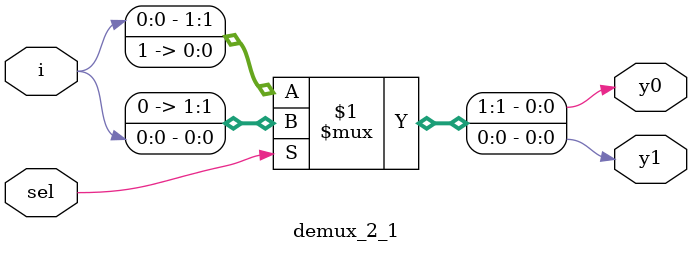
<source format=v>
module demux_2_1(
  input i ,
  input sel ,
  output y0,y1
);
  assign {y0,y1} = sel?{1'b0,i}:{i,1'b1} ; 
endmodule 

  
</source>
